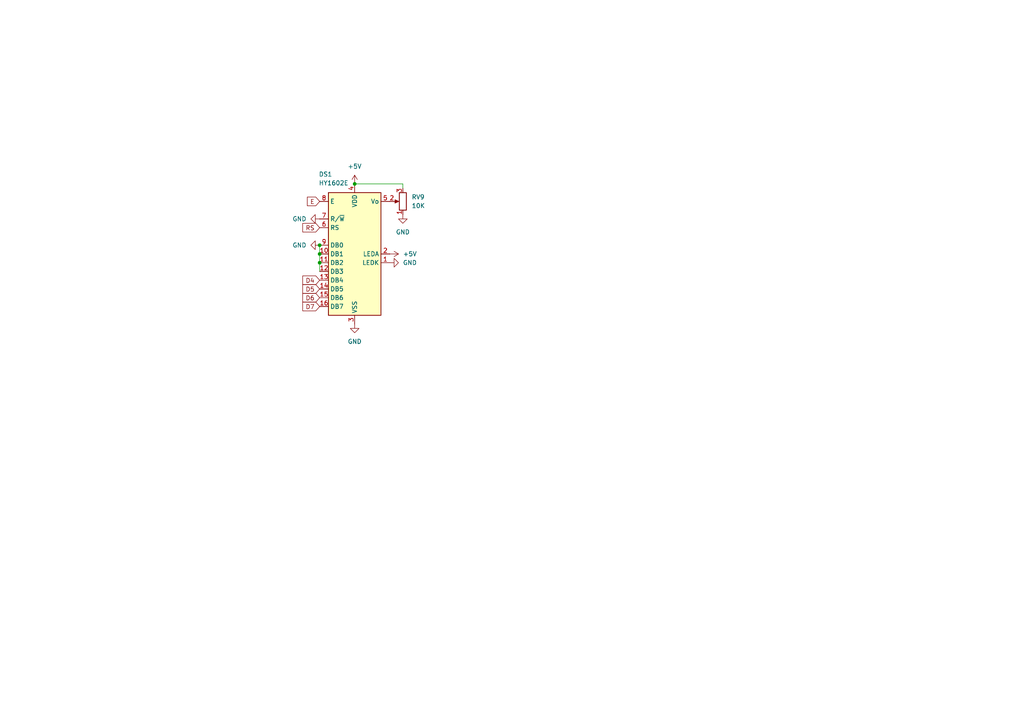
<source format=kicad_sch>
(kicad_sch (version 20231120) (generator "eeschema") (generator_version "8.0")
  (paper "A4")
  (lib_symbols
    (symbol "Device:R_Potentiometer" (pin_names (offset 1.016) hide)
      (property "Reference" "RV" (at -4.445 0 90))
      (property "Value" "R_Potentiometer" (at -2.54 0 90))
      (symbol "R_Potentiometer_0_1"
        (polyline (pts (xy 2.54 0) (xy 1.524 0)))
        (polyline (pts (xy 1.143 0) (xy 2.286 0.508) (xy 2.286 -0.508) (xy 1.143 0)) (fill (type outline)))
        (rectangle (start 1.016 2.54) (end -1.016 -2.54) (stroke (width 0.254)))
      )
      (symbol "R_Potentiometer_1_1"
        (pin passive line (at 0 3.81 270) (length 1.27) (name "1") (number "1"))
        (pin passive line (at 3.81 0 180) (length 1.27) (name "2") (number "2"))
        (pin passive line (at 0 -3.81 90) (length 1.27) (name "3") (number "3"))
      )
    )
    (symbol "Display_Character:HY1602E"
      (property "Reference" "DS" (at -6.096 19.05 0))
      (property "Value" "HY1602E" (at 5.08 19.05 0))
      (symbol "HY1602E_0_1"
        (rectangle (start -7.62 17.78) (end 7.62 -17.78) (stroke (width 0.254)) (fill (type background)))
      )
      (symbol "HY1602E_1_1"
        (pin passive line (at 10.16 -2.54 180) (length 2.54) (name "LEDK") (number "1"))
        (pin bidirectional line (at -10.16 0 0) (length 2.54) (name "DB1") (number "10"))
        (pin bidirectional line (at -10.16 -2.54 0) (length 2.54) (name "DB2") (number "11"))
        (pin bidirectional line (at -10.16 -5.08 0) (length 2.54) (name "DB3") (number "12"))
        (pin bidirectional line (at -10.16 -7.62 0) (length 2.54) (name "DB4") (number "13"))
        (pin bidirectional line (at -10.16 -10.16 0) (length 2.54) (name "DB5") (number "14"))
        (pin bidirectional line (at -10.16 -12.7 0) (length 2.54) (name "DB6") (number "15"))
        (pin bidirectional line (at -10.16 -15.24 0) (length 2.54) (name "DB7") (number "16"))
        (pin passive line (at 10.16 0 180) (length 2.54) (name "LEDA") (number "2"))
        (pin power_in line (at 0 -20.32 90) (length 2.54) (name "VSS") (number "3"))
        (pin power_in line (at 0 20.32 270) (length 2.54) (name "VDD") (number "4"))
        (pin input line (at 10.16 15.24 180) (length 2.54) (name "Vo") (number "5"))
        (pin input line (at -10.16 7.62 0) (length 2.54) (name "RS") (number "6"))
        (pin input line (at -10.16 10.16 0) (length 2.54) (name "R/~{W}") (number "7"))
        (pin input line (at -10.16 15.24 0) (length 2.54) (name "E") (number "8"))
        (pin bidirectional line (at -10.16 2.54 0) (length 2.54) (name "DB0") (number "9"))
      )
    )
    (symbol "power:+5V" (power) (pin_numbers hide) (pin_names (offset 0) hide)
      (property "Value" "+5V" (at 0 3.556 0))
      (symbol "+5V_0_1"
        (polyline (pts (xy -0.762 1.27) (xy 0 2.54)))
        (polyline (pts (xy 0 0) (xy 0 2.54)))
        (polyline (pts (xy 0 2.54) (xy 0.762 1.27)))
      )
      (symbol "+5V_1_1"
        (pin power_in line (at 0 0 90) (length 0) (name "~") (number "1"))
      )
    )
    (symbol "power:GND" (power) (pin_numbers hide) (pin_names (offset 0) hide)
      (property "Value" "GND" (at 0 -3.81 0))
      (symbol "GND_0_1"
        (polyline (pts (xy 0 0) (xy 0 -1.27) (xy 1.27 -1.27) (xy 0 -2.54) (xy -1.27 -1.27) (xy 0 -1.27)))
      )
      (symbol "GND_1_1"
        (pin power_in line (at 0 0 270) (length 0) (name "~") (number "1"))
      )
    )
  )
  (junction (at 102.87 53.34))
  (junction (at 92.71 71.12))
  (junction (at 92.71 73.66))
  (junction (at 92.71 76.2))
  (wire (pts (xy 92.71 71.12) (xy 92.71 73.66)))
  (wire (pts (xy 92.71 73.66) (xy 92.71 76.2)))
  (wire (pts (xy 92.71 76.2) (xy 92.71 78.74)))
  (wire (pts (xy 116.84 53.34) (xy 116.84 54.61)))
  (wire (pts (xy 102.87 53.34) (xy 116.84 53.34)))
  (global_label "D7" (shape input) (at 92.71 88.9 180) (property "Intersheetrefs" "${INTERSHEET_REFS}" (effects (hide yes))))
  (global_label "E" (shape input) (at 92.71 58.42 180) (property "Intersheetrefs" "${INTERSHEET_REFS}" (effects (hide yes))))
  (global_label "D6" (shape input) (at 92.71 86.36 180) (property "Intersheetrefs" "${INTERSHEET_REFS}" (effects (hide yes))))
  (global_label "D5" (shape input) (at 92.71 83.82 180) (property "Intersheetrefs" "${INTERSHEET_REFS}" (effects (hide yes))))
  (global_label "D4" (shape input) (at 92.71 81.28 180) (property "Intersheetrefs" "${INTERSHEET_REFS}" (effects (hide yes))))
  (global_label "RS" (shape input) (at 92.71 66.04 180) (property "Intersheetrefs" "${INTERSHEET_REFS}" (effects (hide yes))))
  (symbol (lib_id "power:+5V") (at 102.87 53.34 0) (unit 1)
    (property "Reference" "#PWR069" (effects (hide yes)))
    (property "Value" "+5V" (at 102.87 48.26 0))
    (property "Description" "Power symbol creates a global label with name \"+5V\"" (effects (hide yes)))
  )
  (symbol (lib_id "power:GND") (at 113.03 76.2 90) (unit 1)
    (property "Reference" "#PWR075" (effects (hide yes)))
    (property "Value" "GND" (at 116.84 76.1999 90) (effects (justify right)))
    (property "Description" "Power symbol creates a global label with name \"GND\" , ground" (effects (hide yes)))
  )
  (symbol (lib_id "power:GND") (at 92.71 71.12 270) (unit 1)
    (property "Reference" "#PWR071" (effects (hide yes)))
    (property "Value" "GND" (at 88.9 71.1199 90) (effects (justify right)))
    (property "Description" "Power symbol creates a global label with name \"GND\" , ground" (effects (hide yes)))
  )
  (symbol (lib_id "power:GND") (at 102.87 93.98 0) (unit 1)
    (property "Reference" "#PWR072" (effects (hide yes)))
    (property "Value" "GND" (at 102.87 99.06 0))
    (property "Description" "Power symbol creates a global label with name \"GND\" , ground" (effects (hide yes)))
  )
  (symbol (lib_id "Device:R_Potentiometer") (at 116.84 58.42 180) (unit 1)
    (property "Reference" "RV9" (at 119.38 57.1499 0) (effects (justify right)))
    (property "Value" "10K" (at 119.38 59.6899 0) (effects (justify right)))
    (property "Footprint" "Potentiometer_THT:Potentiometer_Bourns_3296W_Vertical" (effects (hide yes)))
    (property "Description" "Potentiometer" (effects (hide yes)))
  )
  (symbol (lib_id "Display_Character:HY1602E") (at 102.87 73.66 0) (unit 1)
    (property "Reference" "DS1" (at 92.456 50.546 0) (effects (justify left)))
    (property "Value" "HY1602E" (at 92.456 53.086 0) (effects (justify left)))
    (property "Footprint" "Display:HY1602E" (effects (hide yes)))
    (property "Datasheet" "http://www.icbank.com/data/ICBShop/board/HY1602E.pdf" (effects (hide yes)))
    (property "Description" "LCD 16x2 Alphanumeric 16pin Blue/Yellow/Green Backlight, 8bit parallel, 5V VDD" (effects (hide yes)))
  )
  (symbol (lib_id "power:GND") (at 92.71 63.5 270) (unit 1)
    (property "Reference" "#PWR070" (effects (hide yes)))
    (property "Value" "GND" (at 88.9 63.4999 90) (effects (justify right)))
    (property "Description" "Power symbol creates a global label with name \"GND\" , ground" (effects (hide yes)))
  )
  (symbol (lib_id "power:+5V") (at 113.03 73.66 270) (unit 1)
    (property "Reference" "#PWR074" (effects (hide yes)))
    (property "Value" "+5V" (at 116.84 73.6599 90) (effects (justify left)))
    (property "Description" "Power symbol creates a global label with name \"+5V\"" (effects (hide yes)))
  )
  (symbol (lib_id "power:GND") (at 116.84 62.23 0) (unit 1)
    (property "Reference" "#PWR073" (effects (hide yes)))
    (property "Value" "GND" (at 116.84 67.31 0))
    (property "Description" "Power symbol creates a global label with name \"GND\" , ground" (effects (hide yes)))
  )
)
</source>
